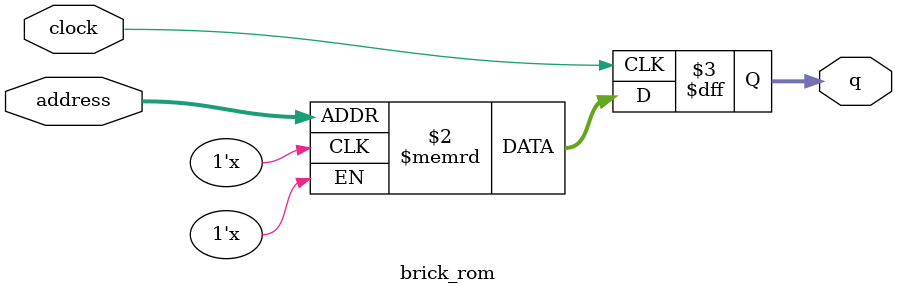
<source format=sv>
module brick_rom (
	input logic clock,
	input logic [11:0] address,
	output logic [8:0] q
);

logic [8:0] memory [0:2799] /* synthesis ram_init_file = "./brick/brick.mif" */;

always_ff @ (posedge clock) begin
	q <= memory[address];
end

endmodule

</source>
